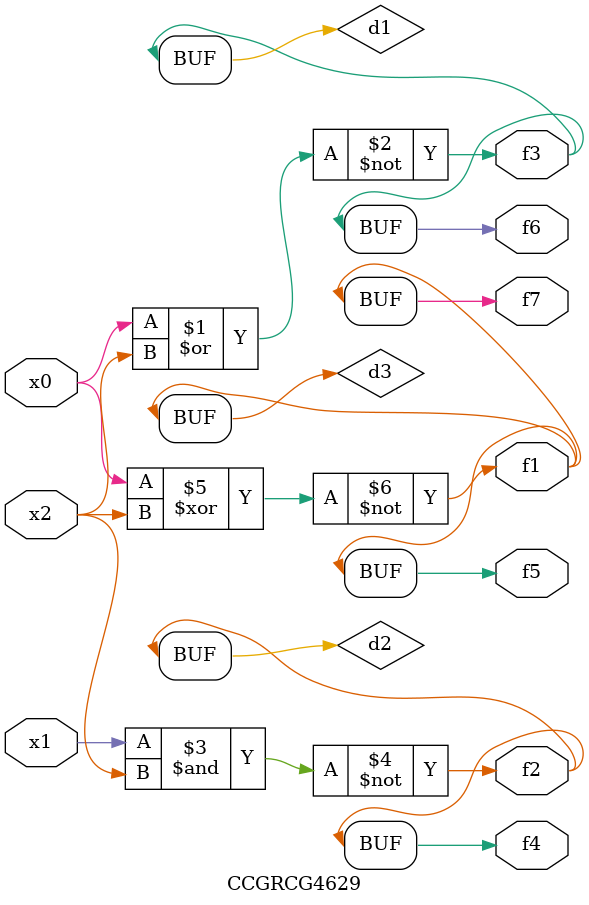
<source format=v>
module CCGRCG4629(
	input x0, x1, x2,
	output f1, f2, f3, f4, f5, f6, f7
);

	wire d1, d2, d3;

	nor (d1, x0, x2);
	nand (d2, x1, x2);
	xnor (d3, x0, x2);
	assign f1 = d3;
	assign f2 = d2;
	assign f3 = d1;
	assign f4 = d2;
	assign f5 = d3;
	assign f6 = d1;
	assign f7 = d3;
endmodule

</source>
